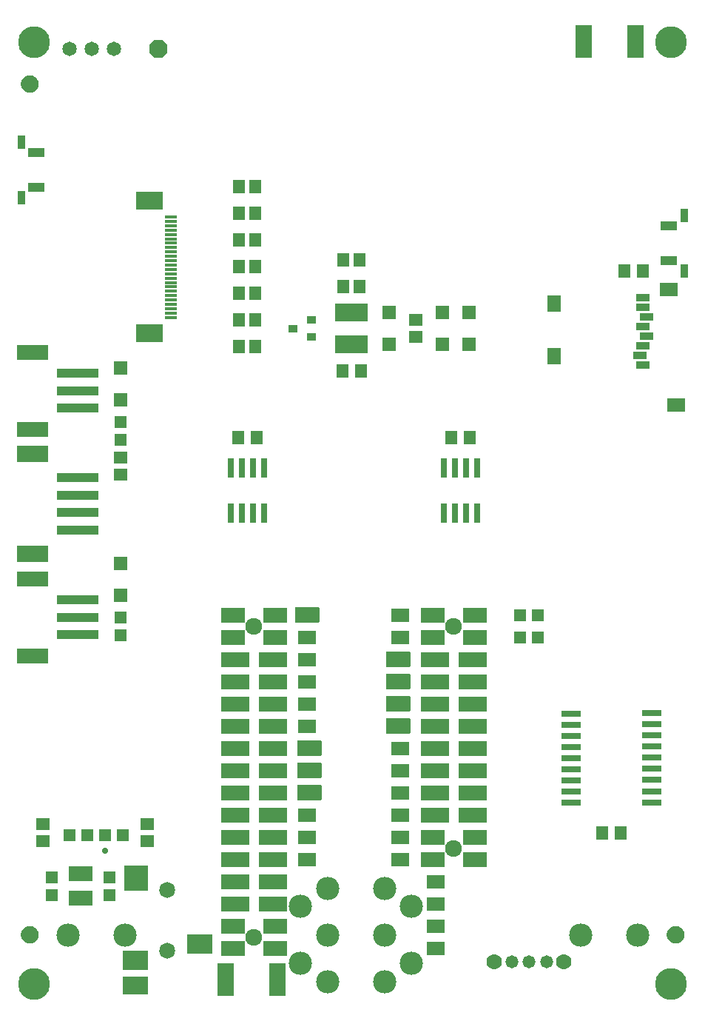
<source format=gbr>
G04 EAGLE Gerber RS-274X export*
G75*
%MOMM*%
%FSLAX34Y34*%
%LPD*%
%INSoldermask Bottom*%
%IPPOS*%
%AMOC8*
5,1,8,0,0,1.08239X$1,22.5*%
G01*
%ADD10R,1.377000X0.402000*%
%ADD11R,3.127000X2.127000*%
%ADD12R,2.667000X1.651000*%
%ADD13R,3.175000X1.651000*%
%ADD14C,1.927000*%
%ADD15R,2.027000X1.527000*%
%ADD16R,1.527000X1.927000*%
%ADD17R,1.627000X0.827000*%
%ADD18R,1.367000X1.627000*%
%ADD19R,4.727000X1.127000*%
%ADD20R,3.527000X1.827000*%
%ADD21R,1.627000X1.367000*%
%ADD22R,3.527000X1.727000*%
%ADD23R,1.427000X1.327000*%
%ADD24R,1.527000X1.527000*%
%ADD25R,2.827000X1.727000*%
%ADD26R,1.327000X1.427000*%
%ADD27R,1.327000X1.627000*%
%ADD28R,1.027000X0.927000*%
%ADD29R,1.905000X1.027000*%
%ADD30R,0.927000X1.577000*%
%ADD31R,1.627000X1.427000*%
%ADD32R,2.327000X0.727000*%
%ADD33R,0.727000X2.327000*%
%ADD34R,2.127000X1.627000*%
%ADD35R,1.295400X1.727200*%
%ADD36R,0.762000X0.330200*%
%ADD37C,1.651000*%
%ADD38C,3.643000*%
%ADD39C,1.127000*%
%ADD40C,0.500000*%
%ADD41P,2.226909X8X202.500000*%
%ADD42C,1.777000*%
%ADD43C,1.477000*%
%ADD44R,2.927000X2.127000*%
%ADD45R,2.727000X2.927000*%
%ADD46R,2.927000X2.327000*%
%ADD47C,1.827000*%
%ADD48C,2.667000*%
%ADD49R,1.827000X3.827000*%
%ADD50R,3.827000X2.127000*%
%ADD51C,0.731000*%

G36*
X345558Y435626D02*
X345558Y435626D01*
X345677Y435633D01*
X345715Y435646D01*
X345756Y435651D01*
X345866Y435694D01*
X345979Y435731D01*
X346014Y435753D01*
X346051Y435768D01*
X346147Y435838D01*
X346248Y435901D01*
X346276Y435931D01*
X346309Y435954D01*
X346385Y436046D01*
X346466Y436133D01*
X346486Y436168D01*
X346511Y436199D01*
X346562Y436307D01*
X346620Y436411D01*
X346630Y436451D01*
X346647Y436487D01*
X346669Y436604D01*
X346699Y436719D01*
X346703Y436780D01*
X346707Y436800D01*
X346705Y436820D01*
X346709Y436880D01*
X346709Y452120D01*
X346694Y452238D01*
X346687Y452357D01*
X346674Y452395D01*
X346669Y452436D01*
X346626Y452546D01*
X346589Y452659D01*
X346567Y452694D01*
X346552Y452731D01*
X346483Y452827D01*
X346419Y452928D01*
X346389Y452956D01*
X346366Y452989D01*
X346274Y453065D01*
X346187Y453146D01*
X346152Y453166D01*
X346121Y453191D01*
X346013Y453242D01*
X345909Y453300D01*
X345869Y453310D01*
X345833Y453327D01*
X345716Y453349D01*
X345601Y453379D01*
X345541Y453383D01*
X345521Y453387D01*
X345500Y453385D01*
X345440Y453389D01*
X320040Y453389D01*
X319922Y453374D01*
X319803Y453367D01*
X319765Y453354D01*
X319724Y453349D01*
X319614Y453306D01*
X319501Y453269D01*
X319466Y453247D01*
X319429Y453232D01*
X319333Y453163D01*
X319232Y453099D01*
X319204Y453069D01*
X319171Y453046D01*
X319096Y452954D01*
X319014Y452867D01*
X318994Y452832D01*
X318969Y452801D01*
X318918Y452693D01*
X318860Y452589D01*
X318850Y452549D01*
X318833Y452513D01*
X318811Y452396D01*
X318781Y452281D01*
X318777Y452221D01*
X318773Y452201D01*
X318774Y452194D01*
X318773Y452192D01*
X318774Y452176D01*
X318771Y452120D01*
X318771Y436880D01*
X318786Y436762D01*
X318793Y436643D01*
X318806Y436605D01*
X318811Y436564D01*
X318854Y436454D01*
X318891Y436341D01*
X318913Y436306D01*
X318928Y436269D01*
X318998Y436173D01*
X319061Y436072D01*
X319091Y436044D01*
X319114Y436011D01*
X319206Y435936D01*
X319293Y435854D01*
X319328Y435834D01*
X319359Y435809D01*
X319467Y435758D01*
X319571Y435700D01*
X319611Y435690D01*
X319647Y435673D01*
X319764Y435651D01*
X319879Y435621D01*
X319940Y435617D01*
X319960Y435613D01*
X319980Y435615D01*
X320040Y435611D01*
X345440Y435611D01*
X345558Y435626D01*
G37*
G36*
X449698Y384826D02*
X449698Y384826D01*
X449817Y384833D01*
X449855Y384846D01*
X449896Y384851D01*
X450006Y384894D01*
X450119Y384931D01*
X450154Y384953D01*
X450191Y384968D01*
X450287Y385038D01*
X450388Y385101D01*
X450416Y385131D01*
X450449Y385154D01*
X450525Y385246D01*
X450606Y385333D01*
X450626Y385368D01*
X450651Y385399D01*
X450702Y385507D01*
X450760Y385611D01*
X450770Y385651D01*
X450787Y385687D01*
X450809Y385804D01*
X450839Y385919D01*
X450843Y385980D01*
X450847Y386000D01*
X450845Y386020D01*
X450849Y386080D01*
X450849Y401320D01*
X450834Y401438D01*
X450827Y401557D01*
X450814Y401595D01*
X450809Y401636D01*
X450766Y401746D01*
X450729Y401859D01*
X450707Y401894D01*
X450692Y401931D01*
X450623Y402027D01*
X450559Y402128D01*
X450529Y402156D01*
X450506Y402189D01*
X450414Y402265D01*
X450327Y402346D01*
X450292Y402366D01*
X450261Y402391D01*
X450153Y402442D01*
X450049Y402500D01*
X450009Y402510D01*
X449973Y402527D01*
X449856Y402549D01*
X449741Y402579D01*
X449681Y402583D01*
X449661Y402587D01*
X449640Y402585D01*
X449580Y402589D01*
X424180Y402589D01*
X424062Y402574D01*
X423943Y402567D01*
X423905Y402554D01*
X423864Y402549D01*
X423754Y402506D01*
X423641Y402469D01*
X423606Y402447D01*
X423569Y402432D01*
X423473Y402363D01*
X423372Y402299D01*
X423344Y402269D01*
X423311Y402246D01*
X423236Y402154D01*
X423154Y402067D01*
X423134Y402032D01*
X423109Y402001D01*
X423058Y401893D01*
X423000Y401789D01*
X422990Y401749D01*
X422973Y401713D01*
X422951Y401596D01*
X422921Y401481D01*
X422917Y401421D01*
X422913Y401401D01*
X422914Y401394D01*
X422913Y401392D01*
X422914Y401376D01*
X422911Y401320D01*
X422911Y386080D01*
X422926Y385962D01*
X422933Y385843D01*
X422946Y385805D01*
X422951Y385764D01*
X422994Y385654D01*
X423031Y385541D01*
X423053Y385506D01*
X423068Y385469D01*
X423138Y385373D01*
X423201Y385272D01*
X423231Y385244D01*
X423254Y385211D01*
X423346Y385136D01*
X423433Y385054D01*
X423468Y385034D01*
X423499Y385009D01*
X423607Y384958D01*
X423711Y384900D01*
X423751Y384890D01*
X423787Y384873D01*
X423904Y384851D01*
X424019Y384821D01*
X424080Y384817D01*
X424100Y384813D01*
X424120Y384815D01*
X424180Y384811D01*
X449580Y384811D01*
X449698Y384826D01*
G37*
G36*
X449698Y359426D02*
X449698Y359426D01*
X449817Y359433D01*
X449855Y359446D01*
X449896Y359451D01*
X450006Y359494D01*
X450119Y359531D01*
X450154Y359553D01*
X450191Y359568D01*
X450287Y359638D01*
X450388Y359701D01*
X450416Y359731D01*
X450449Y359754D01*
X450525Y359846D01*
X450606Y359933D01*
X450626Y359968D01*
X450651Y359999D01*
X450702Y360107D01*
X450760Y360211D01*
X450770Y360251D01*
X450787Y360287D01*
X450809Y360404D01*
X450839Y360519D01*
X450843Y360580D01*
X450847Y360600D01*
X450845Y360620D01*
X450849Y360680D01*
X450849Y375920D01*
X450834Y376038D01*
X450827Y376157D01*
X450814Y376195D01*
X450809Y376236D01*
X450766Y376346D01*
X450729Y376459D01*
X450707Y376494D01*
X450692Y376531D01*
X450623Y376627D01*
X450559Y376728D01*
X450529Y376756D01*
X450506Y376789D01*
X450414Y376865D01*
X450327Y376946D01*
X450292Y376966D01*
X450261Y376991D01*
X450153Y377042D01*
X450049Y377100D01*
X450009Y377110D01*
X449973Y377127D01*
X449856Y377149D01*
X449741Y377179D01*
X449681Y377183D01*
X449661Y377187D01*
X449640Y377185D01*
X449580Y377189D01*
X424180Y377189D01*
X424062Y377174D01*
X423943Y377167D01*
X423905Y377154D01*
X423864Y377149D01*
X423754Y377106D01*
X423641Y377069D01*
X423606Y377047D01*
X423569Y377032D01*
X423473Y376963D01*
X423372Y376899D01*
X423344Y376869D01*
X423311Y376846D01*
X423236Y376754D01*
X423154Y376667D01*
X423134Y376632D01*
X423109Y376601D01*
X423058Y376493D01*
X423000Y376389D01*
X422990Y376349D01*
X422973Y376313D01*
X422951Y376196D01*
X422921Y376081D01*
X422917Y376021D01*
X422913Y376001D01*
X422914Y375994D01*
X422913Y375992D01*
X422914Y375976D01*
X422911Y375920D01*
X422911Y360680D01*
X422926Y360562D01*
X422933Y360443D01*
X422946Y360405D01*
X422951Y360364D01*
X422994Y360254D01*
X423031Y360141D01*
X423053Y360106D01*
X423068Y360069D01*
X423138Y359973D01*
X423201Y359872D01*
X423231Y359844D01*
X423254Y359811D01*
X423346Y359736D01*
X423433Y359654D01*
X423468Y359634D01*
X423499Y359609D01*
X423607Y359558D01*
X423711Y359500D01*
X423751Y359490D01*
X423787Y359473D01*
X423904Y359451D01*
X424019Y359421D01*
X424080Y359417D01*
X424100Y359413D01*
X424120Y359415D01*
X424180Y359411D01*
X449580Y359411D01*
X449698Y359426D01*
G37*
G36*
X449698Y334026D02*
X449698Y334026D01*
X449817Y334033D01*
X449855Y334046D01*
X449896Y334051D01*
X450006Y334094D01*
X450119Y334131D01*
X450154Y334153D01*
X450191Y334168D01*
X450287Y334238D01*
X450388Y334301D01*
X450416Y334331D01*
X450449Y334354D01*
X450525Y334446D01*
X450606Y334533D01*
X450626Y334568D01*
X450651Y334599D01*
X450702Y334707D01*
X450760Y334811D01*
X450770Y334851D01*
X450787Y334887D01*
X450809Y335004D01*
X450839Y335119D01*
X450843Y335180D01*
X450847Y335200D01*
X450845Y335220D01*
X450849Y335280D01*
X450849Y350520D01*
X450834Y350638D01*
X450827Y350757D01*
X450814Y350795D01*
X450809Y350836D01*
X450766Y350946D01*
X450729Y351059D01*
X450707Y351094D01*
X450692Y351131D01*
X450623Y351227D01*
X450559Y351328D01*
X450529Y351356D01*
X450506Y351389D01*
X450414Y351465D01*
X450327Y351546D01*
X450292Y351566D01*
X450261Y351591D01*
X450153Y351642D01*
X450049Y351700D01*
X450009Y351710D01*
X449973Y351727D01*
X449856Y351749D01*
X449741Y351779D01*
X449681Y351783D01*
X449661Y351787D01*
X449640Y351785D01*
X449580Y351789D01*
X424180Y351789D01*
X424062Y351774D01*
X423943Y351767D01*
X423905Y351754D01*
X423864Y351749D01*
X423754Y351706D01*
X423641Y351669D01*
X423606Y351647D01*
X423569Y351632D01*
X423473Y351563D01*
X423372Y351499D01*
X423344Y351469D01*
X423311Y351446D01*
X423236Y351354D01*
X423154Y351267D01*
X423134Y351232D01*
X423109Y351201D01*
X423058Y351093D01*
X423000Y350989D01*
X422990Y350949D01*
X422973Y350913D01*
X422951Y350796D01*
X422921Y350681D01*
X422917Y350621D01*
X422913Y350601D01*
X422914Y350594D01*
X422913Y350592D01*
X422914Y350576D01*
X422911Y350520D01*
X422911Y335280D01*
X422926Y335162D01*
X422933Y335043D01*
X422946Y335005D01*
X422951Y334964D01*
X422994Y334854D01*
X423031Y334741D01*
X423053Y334706D01*
X423068Y334669D01*
X423138Y334573D01*
X423201Y334472D01*
X423231Y334444D01*
X423254Y334411D01*
X423346Y334336D01*
X423433Y334254D01*
X423468Y334234D01*
X423499Y334209D01*
X423607Y334158D01*
X423711Y334100D01*
X423751Y334090D01*
X423787Y334073D01*
X423904Y334051D01*
X424019Y334021D01*
X424080Y334017D01*
X424100Y334013D01*
X424120Y334015D01*
X424180Y334011D01*
X449580Y334011D01*
X449698Y334026D01*
G37*
G36*
X449698Y308626D02*
X449698Y308626D01*
X449817Y308633D01*
X449855Y308646D01*
X449896Y308651D01*
X450006Y308694D01*
X450119Y308731D01*
X450154Y308753D01*
X450191Y308768D01*
X450287Y308838D01*
X450388Y308901D01*
X450416Y308931D01*
X450449Y308954D01*
X450525Y309046D01*
X450606Y309133D01*
X450626Y309168D01*
X450651Y309199D01*
X450702Y309307D01*
X450760Y309411D01*
X450770Y309451D01*
X450787Y309487D01*
X450809Y309604D01*
X450839Y309719D01*
X450843Y309780D01*
X450847Y309800D01*
X450845Y309820D01*
X450849Y309880D01*
X450849Y325120D01*
X450834Y325238D01*
X450827Y325357D01*
X450814Y325395D01*
X450809Y325436D01*
X450766Y325546D01*
X450729Y325659D01*
X450707Y325694D01*
X450692Y325731D01*
X450623Y325827D01*
X450559Y325928D01*
X450529Y325956D01*
X450506Y325989D01*
X450414Y326065D01*
X450327Y326146D01*
X450292Y326166D01*
X450261Y326191D01*
X450153Y326242D01*
X450049Y326300D01*
X450009Y326310D01*
X449973Y326327D01*
X449856Y326349D01*
X449741Y326379D01*
X449681Y326383D01*
X449661Y326387D01*
X449640Y326385D01*
X449580Y326389D01*
X424180Y326389D01*
X424062Y326374D01*
X423943Y326367D01*
X423905Y326354D01*
X423864Y326349D01*
X423754Y326306D01*
X423641Y326269D01*
X423606Y326247D01*
X423569Y326232D01*
X423473Y326163D01*
X423372Y326099D01*
X423344Y326069D01*
X423311Y326046D01*
X423236Y325954D01*
X423154Y325867D01*
X423134Y325832D01*
X423109Y325801D01*
X423058Y325693D01*
X423000Y325589D01*
X422990Y325549D01*
X422973Y325513D01*
X422951Y325396D01*
X422921Y325281D01*
X422917Y325221D01*
X422913Y325201D01*
X422914Y325194D01*
X422913Y325192D01*
X422914Y325176D01*
X422911Y325120D01*
X422911Y309880D01*
X422926Y309762D01*
X422933Y309643D01*
X422946Y309605D01*
X422951Y309564D01*
X422994Y309454D01*
X423031Y309341D01*
X423053Y309306D01*
X423068Y309269D01*
X423138Y309173D01*
X423201Y309072D01*
X423231Y309044D01*
X423254Y309011D01*
X423346Y308936D01*
X423433Y308854D01*
X423468Y308834D01*
X423499Y308809D01*
X423607Y308758D01*
X423711Y308700D01*
X423751Y308690D01*
X423787Y308673D01*
X423904Y308651D01*
X424019Y308621D01*
X424080Y308617D01*
X424100Y308613D01*
X424120Y308615D01*
X424180Y308611D01*
X449580Y308611D01*
X449698Y308626D01*
G37*
G36*
X348098Y283226D02*
X348098Y283226D01*
X348217Y283233D01*
X348255Y283246D01*
X348296Y283251D01*
X348406Y283294D01*
X348519Y283331D01*
X348554Y283353D01*
X348591Y283368D01*
X348687Y283438D01*
X348788Y283501D01*
X348816Y283531D01*
X348849Y283554D01*
X348925Y283646D01*
X349006Y283733D01*
X349026Y283768D01*
X349051Y283799D01*
X349102Y283907D01*
X349160Y284011D01*
X349170Y284051D01*
X349187Y284087D01*
X349209Y284204D01*
X349239Y284319D01*
X349243Y284380D01*
X349247Y284400D01*
X349245Y284420D01*
X349249Y284480D01*
X349249Y299720D01*
X349234Y299838D01*
X349227Y299957D01*
X349214Y299995D01*
X349209Y300036D01*
X349166Y300146D01*
X349129Y300259D01*
X349107Y300294D01*
X349092Y300331D01*
X349023Y300427D01*
X348959Y300528D01*
X348929Y300556D01*
X348906Y300589D01*
X348814Y300665D01*
X348727Y300746D01*
X348692Y300766D01*
X348661Y300791D01*
X348553Y300842D01*
X348449Y300900D01*
X348409Y300910D01*
X348373Y300927D01*
X348256Y300949D01*
X348141Y300979D01*
X348081Y300983D01*
X348061Y300987D01*
X348040Y300985D01*
X347980Y300989D01*
X322580Y300989D01*
X322462Y300974D01*
X322343Y300967D01*
X322305Y300954D01*
X322264Y300949D01*
X322154Y300906D01*
X322041Y300869D01*
X322006Y300847D01*
X321969Y300832D01*
X321873Y300763D01*
X321772Y300699D01*
X321744Y300669D01*
X321711Y300646D01*
X321636Y300554D01*
X321554Y300467D01*
X321534Y300432D01*
X321509Y300401D01*
X321458Y300293D01*
X321400Y300189D01*
X321390Y300149D01*
X321373Y300113D01*
X321351Y299996D01*
X321321Y299881D01*
X321317Y299821D01*
X321313Y299801D01*
X321314Y299794D01*
X321313Y299792D01*
X321314Y299776D01*
X321311Y299720D01*
X321311Y284480D01*
X321326Y284362D01*
X321333Y284243D01*
X321346Y284205D01*
X321351Y284164D01*
X321394Y284054D01*
X321431Y283941D01*
X321453Y283906D01*
X321468Y283869D01*
X321538Y283773D01*
X321601Y283672D01*
X321631Y283644D01*
X321654Y283611D01*
X321746Y283536D01*
X321833Y283454D01*
X321868Y283434D01*
X321899Y283409D01*
X322007Y283358D01*
X322111Y283300D01*
X322151Y283290D01*
X322187Y283273D01*
X322304Y283251D01*
X322419Y283221D01*
X322480Y283217D01*
X322500Y283213D01*
X322520Y283215D01*
X322580Y283211D01*
X347980Y283211D01*
X348098Y283226D01*
G37*
G36*
X348098Y257826D02*
X348098Y257826D01*
X348217Y257833D01*
X348255Y257846D01*
X348296Y257851D01*
X348406Y257894D01*
X348519Y257931D01*
X348554Y257953D01*
X348591Y257968D01*
X348687Y258038D01*
X348788Y258101D01*
X348816Y258131D01*
X348849Y258154D01*
X348925Y258246D01*
X349006Y258333D01*
X349026Y258368D01*
X349051Y258399D01*
X349102Y258507D01*
X349160Y258611D01*
X349170Y258651D01*
X349187Y258687D01*
X349209Y258804D01*
X349239Y258919D01*
X349243Y258980D01*
X349247Y259000D01*
X349245Y259020D01*
X349249Y259080D01*
X349249Y274320D01*
X349234Y274438D01*
X349227Y274557D01*
X349214Y274595D01*
X349209Y274636D01*
X349166Y274746D01*
X349129Y274859D01*
X349107Y274894D01*
X349092Y274931D01*
X349023Y275027D01*
X348959Y275128D01*
X348929Y275156D01*
X348906Y275189D01*
X348814Y275265D01*
X348727Y275346D01*
X348692Y275366D01*
X348661Y275391D01*
X348553Y275442D01*
X348449Y275500D01*
X348409Y275510D01*
X348373Y275527D01*
X348256Y275549D01*
X348141Y275579D01*
X348081Y275583D01*
X348061Y275587D01*
X348040Y275585D01*
X347980Y275589D01*
X322580Y275589D01*
X322462Y275574D01*
X322343Y275567D01*
X322305Y275554D01*
X322264Y275549D01*
X322154Y275506D01*
X322041Y275469D01*
X322006Y275447D01*
X321969Y275432D01*
X321873Y275363D01*
X321772Y275299D01*
X321744Y275269D01*
X321711Y275246D01*
X321636Y275154D01*
X321554Y275067D01*
X321534Y275032D01*
X321509Y275001D01*
X321458Y274893D01*
X321400Y274789D01*
X321390Y274749D01*
X321373Y274713D01*
X321351Y274596D01*
X321321Y274481D01*
X321317Y274421D01*
X321313Y274401D01*
X321314Y274394D01*
X321313Y274392D01*
X321314Y274376D01*
X321311Y274320D01*
X321311Y259080D01*
X321326Y258962D01*
X321333Y258843D01*
X321346Y258805D01*
X321351Y258764D01*
X321394Y258654D01*
X321431Y258541D01*
X321453Y258506D01*
X321468Y258469D01*
X321538Y258373D01*
X321601Y258272D01*
X321631Y258244D01*
X321654Y258211D01*
X321746Y258136D01*
X321833Y258054D01*
X321868Y258034D01*
X321899Y258009D01*
X322007Y257958D01*
X322111Y257900D01*
X322151Y257890D01*
X322187Y257873D01*
X322304Y257851D01*
X322419Y257821D01*
X322480Y257817D01*
X322500Y257813D01*
X322520Y257815D01*
X322580Y257811D01*
X347980Y257811D01*
X348098Y257826D01*
G37*
G36*
X348098Y232426D02*
X348098Y232426D01*
X348217Y232433D01*
X348255Y232446D01*
X348296Y232451D01*
X348406Y232494D01*
X348519Y232531D01*
X348554Y232553D01*
X348591Y232568D01*
X348687Y232638D01*
X348788Y232701D01*
X348816Y232731D01*
X348849Y232754D01*
X348925Y232846D01*
X349006Y232933D01*
X349026Y232968D01*
X349051Y232999D01*
X349102Y233107D01*
X349160Y233211D01*
X349170Y233251D01*
X349187Y233287D01*
X349209Y233404D01*
X349239Y233519D01*
X349243Y233580D01*
X349247Y233600D01*
X349245Y233620D01*
X349249Y233680D01*
X349249Y248920D01*
X349234Y249038D01*
X349227Y249157D01*
X349214Y249195D01*
X349209Y249236D01*
X349166Y249346D01*
X349129Y249459D01*
X349107Y249494D01*
X349092Y249531D01*
X349023Y249627D01*
X348959Y249728D01*
X348929Y249756D01*
X348906Y249789D01*
X348814Y249865D01*
X348727Y249946D01*
X348692Y249966D01*
X348661Y249991D01*
X348553Y250042D01*
X348449Y250100D01*
X348409Y250110D01*
X348373Y250127D01*
X348256Y250149D01*
X348141Y250179D01*
X348081Y250183D01*
X348061Y250187D01*
X348040Y250185D01*
X347980Y250189D01*
X322580Y250189D01*
X322462Y250174D01*
X322343Y250167D01*
X322305Y250154D01*
X322264Y250149D01*
X322154Y250106D01*
X322041Y250069D01*
X322006Y250047D01*
X321969Y250032D01*
X321873Y249963D01*
X321772Y249899D01*
X321744Y249869D01*
X321711Y249846D01*
X321636Y249754D01*
X321554Y249667D01*
X321534Y249632D01*
X321509Y249601D01*
X321458Y249493D01*
X321400Y249389D01*
X321390Y249349D01*
X321373Y249313D01*
X321351Y249196D01*
X321321Y249081D01*
X321317Y249021D01*
X321313Y249001D01*
X321314Y248994D01*
X321313Y248992D01*
X321314Y248976D01*
X321311Y248920D01*
X321311Y233680D01*
X321326Y233562D01*
X321333Y233443D01*
X321346Y233405D01*
X321351Y233364D01*
X321394Y233254D01*
X321431Y233141D01*
X321453Y233106D01*
X321468Y233069D01*
X321538Y232973D01*
X321601Y232872D01*
X321631Y232844D01*
X321654Y232811D01*
X321746Y232736D01*
X321833Y232654D01*
X321868Y232634D01*
X321899Y232609D01*
X322007Y232558D01*
X322111Y232500D01*
X322151Y232490D01*
X322187Y232473D01*
X322304Y232451D01*
X322419Y232421D01*
X322480Y232417D01*
X322500Y232413D01*
X322520Y232415D01*
X322580Y232411D01*
X347980Y232411D01*
X348098Y232426D01*
G37*
D10*
X176532Y899634D03*
X176532Y894634D03*
X176532Y889634D03*
X176532Y884634D03*
X176532Y879634D03*
X176532Y874634D03*
X176532Y869634D03*
X176532Y864634D03*
X176532Y859634D03*
X176532Y854634D03*
X176532Y849634D03*
X176532Y844634D03*
X176532Y839634D03*
X176532Y834634D03*
X176532Y829634D03*
X176532Y824634D03*
X176532Y819634D03*
X176532Y814634D03*
X176532Y809634D03*
X176532Y804634D03*
X176532Y799634D03*
X176532Y794634D03*
X176532Y789634D03*
X176532Y784634D03*
D11*
X151932Y918134D03*
X151932Y767034D03*
D12*
X295910Y63500D03*
X247650Y63500D03*
X295910Y88900D03*
X247650Y88900D03*
D13*
X293370Y114300D03*
X250190Y114300D03*
X293370Y139700D03*
X250190Y139700D03*
X293370Y165100D03*
X250190Y165100D03*
X293370Y190500D03*
X250190Y190500D03*
X293370Y215900D03*
X250190Y215900D03*
X293370Y241300D03*
X250190Y241300D03*
X293370Y266700D03*
X250190Y266700D03*
X293370Y292100D03*
X250190Y292100D03*
X293370Y317500D03*
X250190Y317500D03*
X293370Y342900D03*
X250190Y342900D03*
X293370Y368300D03*
X250190Y368300D03*
X293370Y393700D03*
X250190Y393700D03*
D12*
X295910Y419100D03*
X247650Y419100D03*
X295910Y444500D03*
X247650Y444500D03*
X476250Y444500D03*
X524510Y444500D03*
X476250Y419100D03*
X524510Y419100D03*
D13*
X478790Y393700D03*
X521970Y393700D03*
X478790Y368300D03*
X521970Y368300D03*
X478790Y342900D03*
X521970Y342900D03*
X478790Y317500D03*
X521970Y317500D03*
X478790Y292100D03*
X521970Y292100D03*
X478790Y266700D03*
X521970Y266700D03*
X478790Y241300D03*
X521970Y241300D03*
X478790Y215900D03*
X521970Y215900D03*
D12*
X476250Y190500D03*
X524510Y190500D03*
X476250Y165100D03*
X524510Y165100D03*
D14*
X500380Y177800D03*
X500380Y431800D03*
X271780Y76200D03*
X271780Y431800D03*
D15*
X746270Y816420D03*
X755270Y684420D03*
D16*
X615270Y800420D03*
X615270Y740420D03*
D17*
X717270Y807420D03*
X717270Y796420D03*
X721270Y785420D03*
X717270Y774420D03*
X721270Y763420D03*
X717270Y752420D03*
X713270Y741420D03*
X717270Y730420D03*
D18*
X273660Y782320D03*
X254660Y782320D03*
X273660Y812800D03*
X254660Y812800D03*
X273660Y751840D03*
X254660Y751840D03*
X273660Y843280D03*
X254660Y843280D03*
X273660Y873760D03*
X254660Y873760D03*
X273660Y904240D03*
X254660Y904240D03*
X273660Y934720D03*
X254660Y934720D03*
D19*
X70020Y601500D03*
X70020Y581500D03*
D20*
X18020Y628500D03*
X18020Y514500D03*
D19*
X70020Y561500D03*
X70020Y541500D03*
D21*
X119380Y605180D03*
X119380Y624180D03*
D19*
X70180Y461960D03*
X70180Y441960D03*
D22*
X18180Y485960D03*
X18180Y397960D03*
D19*
X70180Y421960D03*
D23*
X119380Y421640D03*
X119380Y441960D03*
D24*
X119380Y503640D03*
X119380Y466640D03*
D25*
X73660Y148620D03*
X73660Y120620D03*
D23*
X40640Y124460D03*
X40640Y144780D03*
X106680Y124460D03*
X106680Y144780D03*
D26*
X121920Y193040D03*
X101600Y193040D03*
X81280Y193040D03*
X60960Y193040D03*
D18*
X393040Y820420D03*
X374040Y820420D03*
X393040Y850900D03*
X374040Y850900D03*
D24*
X518160Y790660D03*
X518160Y753660D03*
X487680Y790660D03*
X487680Y753660D03*
D21*
X457200Y762660D03*
X457200Y781660D03*
D24*
X426720Y790660D03*
X426720Y753660D03*
D27*
X394040Y723900D03*
X373040Y723900D03*
D28*
X337660Y781660D03*
X337660Y762660D03*
X316660Y772160D03*
D29*
X22956Y933400D03*
X22956Y973400D03*
D30*
X5416Y921900D03*
X5416Y984900D03*
D26*
X596900Y419100D03*
X576580Y419100D03*
X596900Y444500D03*
X576580Y444500D03*
D31*
X30480Y205080D03*
X30480Y186080D03*
X149860Y186080D03*
X149860Y205080D03*
D19*
X70180Y721040D03*
X70180Y701040D03*
D22*
X18180Y745040D03*
X18180Y657040D03*
D19*
X70180Y681040D03*
D23*
X119380Y645160D03*
X119380Y665480D03*
D24*
X119380Y727160D03*
X119380Y690160D03*
D32*
X634720Y242570D03*
X726720Y293970D03*
X634720Y229870D03*
X634720Y255270D03*
X634720Y267970D03*
X726720Y281270D03*
X726720Y306670D03*
X726720Y319370D03*
X634720Y293370D03*
X634720Y280670D03*
X634720Y306070D03*
X634720Y318770D03*
X726720Y268570D03*
X726720Y255870D03*
X726720Y242870D03*
X726720Y229870D03*
X634720Y331470D03*
X726720Y332070D03*
D33*
X270510Y560740D03*
X270510Y612740D03*
X283210Y560740D03*
X257810Y560740D03*
X245110Y560740D03*
X283210Y612740D03*
X257810Y612740D03*
X245110Y612740D03*
D27*
X274660Y647700D03*
X253660Y647700D03*
D34*
X439420Y241300D03*
X439420Y266700D03*
X439420Y292100D03*
X332740Y215900D03*
X332740Y190500D03*
X332740Y165100D03*
X480060Y139700D03*
X480060Y114300D03*
X480060Y63500D03*
X332740Y317500D03*
X332740Y342900D03*
X332740Y368300D03*
X332740Y393700D03*
X332740Y419100D03*
X480060Y88900D03*
X439420Y419100D03*
X439420Y444500D03*
X439420Y215900D03*
X439420Y190500D03*
X439420Y165100D03*
D35*
X429260Y393700D03*
X444500Y393700D03*
D36*
X436880Y393700D03*
D35*
X429260Y368300D03*
X444500Y368300D03*
D36*
X436880Y368300D03*
D35*
X429260Y342900D03*
X444500Y342900D03*
D36*
X436880Y342900D03*
D35*
X429260Y317500D03*
X444500Y317500D03*
D36*
X436880Y317500D03*
D27*
X716620Y838200D03*
X695620Y838200D03*
X691220Y195580D03*
X670220Y195580D03*
D33*
X527050Y560740D03*
X514350Y560740D03*
X501650Y560740D03*
X488950Y560740D03*
X488950Y612740D03*
X501650Y612740D03*
X514350Y612740D03*
X527050Y612740D03*
D35*
X327660Y292100D03*
X342900Y292100D03*
D36*
X335280Y292100D03*
D27*
X518500Y647700D03*
X497500Y647700D03*
D29*
X746664Y889558D03*
X746664Y849558D03*
D30*
X764204Y901058D03*
X764204Y838058D03*
D35*
X327660Y266700D03*
X342900Y266700D03*
D36*
X335280Y266700D03*
D35*
X327660Y241300D03*
X342900Y241300D03*
D36*
X335280Y241300D03*
D37*
X111760Y1092200D03*
X86360Y1092200D03*
X60960Y1092200D03*
D38*
X20320Y22860D03*
X749300Y22860D03*
D39*
X754380Y78740D03*
D40*
X761880Y78740D02*
X761878Y78921D01*
X761871Y79102D01*
X761860Y79283D01*
X761845Y79464D01*
X761825Y79644D01*
X761801Y79824D01*
X761773Y80003D01*
X761740Y80181D01*
X761703Y80358D01*
X761662Y80535D01*
X761617Y80710D01*
X761567Y80885D01*
X761513Y81058D01*
X761455Y81229D01*
X761393Y81400D01*
X761326Y81568D01*
X761256Y81735D01*
X761182Y81901D01*
X761103Y82064D01*
X761021Y82225D01*
X760935Y82385D01*
X760845Y82542D01*
X760751Y82697D01*
X760654Y82850D01*
X760552Y83000D01*
X760448Y83148D01*
X760339Y83294D01*
X760228Y83436D01*
X760112Y83576D01*
X759994Y83713D01*
X759872Y83848D01*
X759747Y83979D01*
X759619Y84107D01*
X759488Y84232D01*
X759353Y84354D01*
X759216Y84472D01*
X759076Y84588D01*
X758934Y84699D01*
X758788Y84808D01*
X758640Y84912D01*
X758490Y85014D01*
X758337Y85111D01*
X758182Y85205D01*
X758025Y85295D01*
X757865Y85381D01*
X757704Y85463D01*
X757541Y85542D01*
X757375Y85616D01*
X757208Y85686D01*
X757040Y85753D01*
X756869Y85815D01*
X756698Y85873D01*
X756525Y85927D01*
X756350Y85977D01*
X756175Y86022D01*
X755998Y86063D01*
X755821Y86100D01*
X755643Y86133D01*
X755464Y86161D01*
X755284Y86185D01*
X755104Y86205D01*
X754923Y86220D01*
X754742Y86231D01*
X754561Y86238D01*
X754380Y86240D01*
X754199Y86238D01*
X754018Y86231D01*
X753837Y86220D01*
X753656Y86205D01*
X753476Y86185D01*
X753296Y86161D01*
X753117Y86133D01*
X752939Y86100D01*
X752762Y86063D01*
X752585Y86022D01*
X752410Y85977D01*
X752235Y85927D01*
X752062Y85873D01*
X751891Y85815D01*
X751720Y85753D01*
X751552Y85686D01*
X751385Y85616D01*
X751219Y85542D01*
X751056Y85463D01*
X750895Y85381D01*
X750735Y85295D01*
X750578Y85205D01*
X750423Y85111D01*
X750270Y85014D01*
X750120Y84912D01*
X749972Y84808D01*
X749826Y84699D01*
X749684Y84588D01*
X749544Y84472D01*
X749407Y84354D01*
X749272Y84232D01*
X749141Y84107D01*
X749013Y83979D01*
X748888Y83848D01*
X748766Y83713D01*
X748648Y83576D01*
X748532Y83436D01*
X748421Y83294D01*
X748312Y83148D01*
X748208Y83000D01*
X748106Y82850D01*
X748009Y82697D01*
X747915Y82542D01*
X747825Y82385D01*
X747739Y82225D01*
X747657Y82064D01*
X747578Y81901D01*
X747504Y81735D01*
X747434Y81568D01*
X747367Y81400D01*
X747305Y81229D01*
X747247Y81058D01*
X747193Y80885D01*
X747143Y80710D01*
X747098Y80535D01*
X747057Y80358D01*
X747020Y80181D01*
X746987Y80003D01*
X746959Y79824D01*
X746935Y79644D01*
X746915Y79464D01*
X746900Y79283D01*
X746889Y79102D01*
X746882Y78921D01*
X746880Y78740D01*
X746882Y78559D01*
X746889Y78378D01*
X746900Y78197D01*
X746915Y78016D01*
X746935Y77836D01*
X746959Y77656D01*
X746987Y77477D01*
X747020Y77299D01*
X747057Y77122D01*
X747098Y76945D01*
X747143Y76770D01*
X747193Y76595D01*
X747247Y76422D01*
X747305Y76251D01*
X747367Y76080D01*
X747434Y75912D01*
X747504Y75745D01*
X747578Y75579D01*
X747657Y75416D01*
X747739Y75255D01*
X747825Y75095D01*
X747915Y74938D01*
X748009Y74783D01*
X748106Y74630D01*
X748208Y74480D01*
X748312Y74332D01*
X748421Y74186D01*
X748532Y74044D01*
X748648Y73904D01*
X748766Y73767D01*
X748888Y73632D01*
X749013Y73501D01*
X749141Y73373D01*
X749272Y73248D01*
X749407Y73126D01*
X749544Y73008D01*
X749684Y72892D01*
X749826Y72781D01*
X749972Y72672D01*
X750120Y72568D01*
X750270Y72466D01*
X750423Y72369D01*
X750578Y72275D01*
X750735Y72185D01*
X750895Y72099D01*
X751056Y72017D01*
X751219Y71938D01*
X751385Y71864D01*
X751552Y71794D01*
X751720Y71727D01*
X751891Y71665D01*
X752062Y71607D01*
X752235Y71553D01*
X752410Y71503D01*
X752585Y71458D01*
X752762Y71417D01*
X752939Y71380D01*
X753117Y71347D01*
X753296Y71319D01*
X753476Y71295D01*
X753656Y71275D01*
X753837Y71260D01*
X754018Y71249D01*
X754199Y71242D01*
X754380Y71240D01*
X754561Y71242D01*
X754742Y71249D01*
X754923Y71260D01*
X755104Y71275D01*
X755284Y71295D01*
X755464Y71319D01*
X755643Y71347D01*
X755821Y71380D01*
X755998Y71417D01*
X756175Y71458D01*
X756350Y71503D01*
X756525Y71553D01*
X756698Y71607D01*
X756869Y71665D01*
X757040Y71727D01*
X757208Y71794D01*
X757375Y71864D01*
X757541Y71938D01*
X757704Y72017D01*
X757865Y72099D01*
X758025Y72185D01*
X758182Y72275D01*
X758337Y72369D01*
X758490Y72466D01*
X758640Y72568D01*
X758788Y72672D01*
X758934Y72781D01*
X759076Y72892D01*
X759216Y73008D01*
X759353Y73126D01*
X759488Y73248D01*
X759619Y73373D01*
X759747Y73501D01*
X759872Y73632D01*
X759994Y73767D01*
X760112Y73904D01*
X760228Y74044D01*
X760339Y74186D01*
X760448Y74332D01*
X760552Y74480D01*
X760654Y74630D01*
X760751Y74783D01*
X760845Y74938D01*
X760935Y75095D01*
X761021Y75255D01*
X761103Y75416D01*
X761182Y75579D01*
X761256Y75745D01*
X761326Y75912D01*
X761393Y76080D01*
X761455Y76251D01*
X761513Y76422D01*
X761567Y76595D01*
X761617Y76770D01*
X761662Y76945D01*
X761703Y77122D01*
X761740Y77299D01*
X761773Y77477D01*
X761801Y77656D01*
X761825Y77836D01*
X761845Y78016D01*
X761860Y78197D01*
X761871Y78378D01*
X761878Y78559D01*
X761880Y78740D01*
D39*
X15240Y1051560D03*
D40*
X22740Y1051560D02*
X22738Y1051741D01*
X22731Y1051922D01*
X22720Y1052103D01*
X22705Y1052284D01*
X22685Y1052464D01*
X22661Y1052644D01*
X22633Y1052823D01*
X22600Y1053001D01*
X22563Y1053178D01*
X22522Y1053355D01*
X22477Y1053530D01*
X22427Y1053705D01*
X22373Y1053878D01*
X22315Y1054049D01*
X22253Y1054220D01*
X22186Y1054388D01*
X22116Y1054555D01*
X22042Y1054721D01*
X21963Y1054884D01*
X21881Y1055045D01*
X21795Y1055205D01*
X21705Y1055362D01*
X21611Y1055517D01*
X21514Y1055670D01*
X21412Y1055820D01*
X21308Y1055968D01*
X21199Y1056114D01*
X21088Y1056256D01*
X20972Y1056396D01*
X20854Y1056533D01*
X20732Y1056668D01*
X20607Y1056799D01*
X20479Y1056927D01*
X20348Y1057052D01*
X20213Y1057174D01*
X20076Y1057292D01*
X19936Y1057408D01*
X19794Y1057519D01*
X19648Y1057628D01*
X19500Y1057732D01*
X19350Y1057834D01*
X19197Y1057931D01*
X19042Y1058025D01*
X18885Y1058115D01*
X18725Y1058201D01*
X18564Y1058283D01*
X18401Y1058362D01*
X18235Y1058436D01*
X18068Y1058506D01*
X17900Y1058573D01*
X17729Y1058635D01*
X17558Y1058693D01*
X17385Y1058747D01*
X17210Y1058797D01*
X17035Y1058842D01*
X16858Y1058883D01*
X16681Y1058920D01*
X16503Y1058953D01*
X16324Y1058981D01*
X16144Y1059005D01*
X15964Y1059025D01*
X15783Y1059040D01*
X15602Y1059051D01*
X15421Y1059058D01*
X15240Y1059060D01*
X15059Y1059058D01*
X14878Y1059051D01*
X14697Y1059040D01*
X14516Y1059025D01*
X14336Y1059005D01*
X14156Y1058981D01*
X13977Y1058953D01*
X13799Y1058920D01*
X13622Y1058883D01*
X13445Y1058842D01*
X13270Y1058797D01*
X13095Y1058747D01*
X12922Y1058693D01*
X12751Y1058635D01*
X12580Y1058573D01*
X12412Y1058506D01*
X12245Y1058436D01*
X12079Y1058362D01*
X11916Y1058283D01*
X11755Y1058201D01*
X11595Y1058115D01*
X11438Y1058025D01*
X11283Y1057931D01*
X11130Y1057834D01*
X10980Y1057732D01*
X10832Y1057628D01*
X10686Y1057519D01*
X10544Y1057408D01*
X10404Y1057292D01*
X10267Y1057174D01*
X10132Y1057052D01*
X10001Y1056927D01*
X9873Y1056799D01*
X9748Y1056668D01*
X9626Y1056533D01*
X9508Y1056396D01*
X9392Y1056256D01*
X9281Y1056114D01*
X9172Y1055968D01*
X9068Y1055820D01*
X8966Y1055670D01*
X8869Y1055517D01*
X8775Y1055362D01*
X8685Y1055205D01*
X8599Y1055045D01*
X8517Y1054884D01*
X8438Y1054721D01*
X8364Y1054555D01*
X8294Y1054388D01*
X8227Y1054220D01*
X8165Y1054049D01*
X8107Y1053878D01*
X8053Y1053705D01*
X8003Y1053530D01*
X7958Y1053355D01*
X7917Y1053178D01*
X7880Y1053001D01*
X7847Y1052823D01*
X7819Y1052644D01*
X7795Y1052464D01*
X7775Y1052284D01*
X7760Y1052103D01*
X7749Y1051922D01*
X7742Y1051741D01*
X7740Y1051560D01*
X7742Y1051379D01*
X7749Y1051198D01*
X7760Y1051017D01*
X7775Y1050836D01*
X7795Y1050656D01*
X7819Y1050476D01*
X7847Y1050297D01*
X7880Y1050119D01*
X7917Y1049942D01*
X7958Y1049765D01*
X8003Y1049590D01*
X8053Y1049415D01*
X8107Y1049242D01*
X8165Y1049071D01*
X8227Y1048900D01*
X8294Y1048732D01*
X8364Y1048565D01*
X8438Y1048399D01*
X8517Y1048236D01*
X8599Y1048075D01*
X8685Y1047915D01*
X8775Y1047758D01*
X8869Y1047603D01*
X8966Y1047450D01*
X9068Y1047300D01*
X9172Y1047152D01*
X9281Y1047006D01*
X9392Y1046864D01*
X9508Y1046724D01*
X9626Y1046587D01*
X9748Y1046452D01*
X9873Y1046321D01*
X10001Y1046193D01*
X10132Y1046068D01*
X10267Y1045946D01*
X10404Y1045828D01*
X10544Y1045712D01*
X10686Y1045601D01*
X10832Y1045492D01*
X10980Y1045388D01*
X11130Y1045286D01*
X11283Y1045189D01*
X11438Y1045095D01*
X11595Y1045005D01*
X11755Y1044919D01*
X11916Y1044837D01*
X12079Y1044758D01*
X12245Y1044684D01*
X12412Y1044614D01*
X12580Y1044547D01*
X12751Y1044485D01*
X12922Y1044427D01*
X13095Y1044373D01*
X13270Y1044323D01*
X13445Y1044278D01*
X13622Y1044237D01*
X13799Y1044200D01*
X13977Y1044167D01*
X14156Y1044139D01*
X14336Y1044115D01*
X14516Y1044095D01*
X14697Y1044080D01*
X14878Y1044069D01*
X15059Y1044062D01*
X15240Y1044060D01*
X15421Y1044062D01*
X15602Y1044069D01*
X15783Y1044080D01*
X15964Y1044095D01*
X16144Y1044115D01*
X16324Y1044139D01*
X16503Y1044167D01*
X16681Y1044200D01*
X16858Y1044237D01*
X17035Y1044278D01*
X17210Y1044323D01*
X17385Y1044373D01*
X17558Y1044427D01*
X17729Y1044485D01*
X17900Y1044547D01*
X18068Y1044614D01*
X18235Y1044684D01*
X18401Y1044758D01*
X18564Y1044837D01*
X18725Y1044919D01*
X18885Y1045005D01*
X19042Y1045095D01*
X19197Y1045189D01*
X19350Y1045286D01*
X19500Y1045388D01*
X19648Y1045492D01*
X19794Y1045601D01*
X19936Y1045712D01*
X20076Y1045828D01*
X20213Y1045946D01*
X20348Y1046068D01*
X20479Y1046193D01*
X20607Y1046321D01*
X20732Y1046452D01*
X20854Y1046587D01*
X20972Y1046724D01*
X21088Y1046864D01*
X21199Y1047006D01*
X21308Y1047152D01*
X21412Y1047300D01*
X21514Y1047450D01*
X21611Y1047603D01*
X21705Y1047758D01*
X21795Y1047915D01*
X21881Y1048075D01*
X21963Y1048236D01*
X22042Y1048399D01*
X22116Y1048565D01*
X22186Y1048732D01*
X22253Y1048900D01*
X22315Y1049071D01*
X22373Y1049242D01*
X22427Y1049415D01*
X22477Y1049590D01*
X22522Y1049765D01*
X22563Y1049942D01*
X22600Y1050119D01*
X22633Y1050297D01*
X22661Y1050476D01*
X22685Y1050656D01*
X22705Y1050836D01*
X22720Y1051017D01*
X22731Y1051198D01*
X22738Y1051379D01*
X22740Y1051560D01*
D38*
X20320Y1099820D03*
X749300Y1099820D03*
D41*
X162560Y1092200D03*
D39*
X15240Y78740D03*
D40*
X22740Y78740D02*
X22738Y78921D01*
X22731Y79102D01*
X22720Y79283D01*
X22705Y79464D01*
X22685Y79644D01*
X22661Y79824D01*
X22633Y80003D01*
X22600Y80181D01*
X22563Y80358D01*
X22522Y80535D01*
X22477Y80710D01*
X22427Y80885D01*
X22373Y81058D01*
X22315Y81229D01*
X22253Y81400D01*
X22186Y81568D01*
X22116Y81735D01*
X22042Y81901D01*
X21963Y82064D01*
X21881Y82225D01*
X21795Y82385D01*
X21705Y82542D01*
X21611Y82697D01*
X21514Y82850D01*
X21412Y83000D01*
X21308Y83148D01*
X21199Y83294D01*
X21088Y83436D01*
X20972Y83576D01*
X20854Y83713D01*
X20732Y83848D01*
X20607Y83979D01*
X20479Y84107D01*
X20348Y84232D01*
X20213Y84354D01*
X20076Y84472D01*
X19936Y84588D01*
X19794Y84699D01*
X19648Y84808D01*
X19500Y84912D01*
X19350Y85014D01*
X19197Y85111D01*
X19042Y85205D01*
X18885Y85295D01*
X18725Y85381D01*
X18564Y85463D01*
X18401Y85542D01*
X18235Y85616D01*
X18068Y85686D01*
X17900Y85753D01*
X17729Y85815D01*
X17558Y85873D01*
X17385Y85927D01*
X17210Y85977D01*
X17035Y86022D01*
X16858Y86063D01*
X16681Y86100D01*
X16503Y86133D01*
X16324Y86161D01*
X16144Y86185D01*
X15964Y86205D01*
X15783Y86220D01*
X15602Y86231D01*
X15421Y86238D01*
X15240Y86240D01*
X15059Y86238D01*
X14878Y86231D01*
X14697Y86220D01*
X14516Y86205D01*
X14336Y86185D01*
X14156Y86161D01*
X13977Y86133D01*
X13799Y86100D01*
X13622Y86063D01*
X13445Y86022D01*
X13270Y85977D01*
X13095Y85927D01*
X12922Y85873D01*
X12751Y85815D01*
X12580Y85753D01*
X12412Y85686D01*
X12245Y85616D01*
X12079Y85542D01*
X11916Y85463D01*
X11755Y85381D01*
X11595Y85295D01*
X11438Y85205D01*
X11283Y85111D01*
X11130Y85014D01*
X10980Y84912D01*
X10832Y84808D01*
X10686Y84699D01*
X10544Y84588D01*
X10404Y84472D01*
X10267Y84354D01*
X10132Y84232D01*
X10001Y84107D01*
X9873Y83979D01*
X9748Y83848D01*
X9626Y83713D01*
X9508Y83576D01*
X9392Y83436D01*
X9281Y83294D01*
X9172Y83148D01*
X9068Y83000D01*
X8966Y82850D01*
X8869Y82697D01*
X8775Y82542D01*
X8685Y82385D01*
X8599Y82225D01*
X8517Y82064D01*
X8438Y81901D01*
X8364Y81735D01*
X8294Y81568D01*
X8227Y81400D01*
X8165Y81229D01*
X8107Y81058D01*
X8053Y80885D01*
X8003Y80710D01*
X7958Y80535D01*
X7917Y80358D01*
X7880Y80181D01*
X7847Y80003D01*
X7819Y79824D01*
X7795Y79644D01*
X7775Y79464D01*
X7760Y79283D01*
X7749Y79102D01*
X7742Y78921D01*
X7740Y78740D01*
X7742Y78559D01*
X7749Y78378D01*
X7760Y78197D01*
X7775Y78016D01*
X7795Y77836D01*
X7819Y77656D01*
X7847Y77477D01*
X7880Y77299D01*
X7917Y77122D01*
X7958Y76945D01*
X8003Y76770D01*
X8053Y76595D01*
X8107Y76422D01*
X8165Y76251D01*
X8227Y76080D01*
X8294Y75912D01*
X8364Y75745D01*
X8438Y75579D01*
X8517Y75416D01*
X8599Y75255D01*
X8685Y75095D01*
X8775Y74938D01*
X8869Y74783D01*
X8966Y74630D01*
X9068Y74480D01*
X9172Y74332D01*
X9281Y74186D01*
X9392Y74044D01*
X9508Y73904D01*
X9626Y73767D01*
X9748Y73632D01*
X9873Y73501D01*
X10001Y73373D01*
X10132Y73248D01*
X10267Y73126D01*
X10404Y73008D01*
X10544Y72892D01*
X10686Y72781D01*
X10832Y72672D01*
X10980Y72568D01*
X11130Y72466D01*
X11283Y72369D01*
X11438Y72275D01*
X11595Y72185D01*
X11755Y72099D01*
X11916Y72017D01*
X12079Y71938D01*
X12245Y71864D01*
X12412Y71794D01*
X12580Y71727D01*
X12751Y71665D01*
X12922Y71607D01*
X13095Y71553D01*
X13270Y71503D01*
X13445Y71458D01*
X13622Y71417D01*
X13799Y71380D01*
X13977Y71347D01*
X14156Y71319D01*
X14336Y71295D01*
X14516Y71275D01*
X14697Y71260D01*
X14878Y71249D01*
X15059Y71242D01*
X15240Y71240D01*
X15421Y71242D01*
X15602Y71249D01*
X15783Y71260D01*
X15964Y71275D01*
X16144Y71295D01*
X16324Y71319D01*
X16503Y71347D01*
X16681Y71380D01*
X16858Y71417D01*
X17035Y71458D01*
X17210Y71503D01*
X17385Y71553D01*
X17558Y71607D01*
X17729Y71665D01*
X17900Y71727D01*
X18068Y71794D01*
X18235Y71864D01*
X18401Y71938D01*
X18564Y72017D01*
X18725Y72099D01*
X18885Y72185D01*
X19042Y72275D01*
X19197Y72369D01*
X19350Y72466D01*
X19500Y72568D01*
X19648Y72672D01*
X19794Y72781D01*
X19936Y72892D01*
X20076Y73008D01*
X20213Y73126D01*
X20348Y73248D01*
X20479Y73373D01*
X20607Y73501D01*
X20732Y73632D01*
X20854Y73767D01*
X20972Y73904D01*
X21088Y74044D01*
X21199Y74186D01*
X21308Y74332D01*
X21412Y74480D01*
X21514Y74630D01*
X21611Y74783D01*
X21705Y74938D01*
X21795Y75095D01*
X21881Y75255D01*
X21963Y75416D01*
X22042Y75579D01*
X22116Y75745D01*
X22186Y75912D01*
X22253Y76080D01*
X22315Y76251D01*
X22373Y76422D01*
X22427Y76595D01*
X22477Y76770D01*
X22522Y76945D01*
X22563Y77122D01*
X22600Y77299D01*
X22633Y77477D01*
X22661Y77656D01*
X22685Y77836D01*
X22705Y78016D01*
X22720Y78197D01*
X22731Y78378D01*
X22738Y78559D01*
X22740Y78740D01*
D42*
X626740Y48260D03*
X546740Y48260D03*
D43*
X606740Y48260D03*
X586740Y48260D03*
X566740Y48260D03*
D35*
X325120Y444500D03*
X340360Y444500D03*
D44*
X135720Y21210D03*
D45*
X136720Y143210D03*
D46*
X209720Y68210D03*
X135720Y49210D03*
D47*
X172720Y60210D03*
X172720Y130210D03*
D48*
X325120Y46240D03*
X325120Y111240D03*
X421120Y25400D03*
X356120Y25400D03*
X421120Y132080D03*
X356120Y132080D03*
X452120Y111240D03*
X452120Y46240D03*
X421120Y78740D03*
X356120Y78740D03*
X58940Y78740D03*
X123940Y78740D03*
X710680Y78740D03*
X645680Y78740D03*
D49*
X298740Y27940D03*
X239740Y27940D03*
X649442Y1100582D03*
X708442Y1100582D03*
D50*
X383540Y790160D03*
X383540Y754160D03*
D51*
X101600Y175260D03*
M02*

</source>
